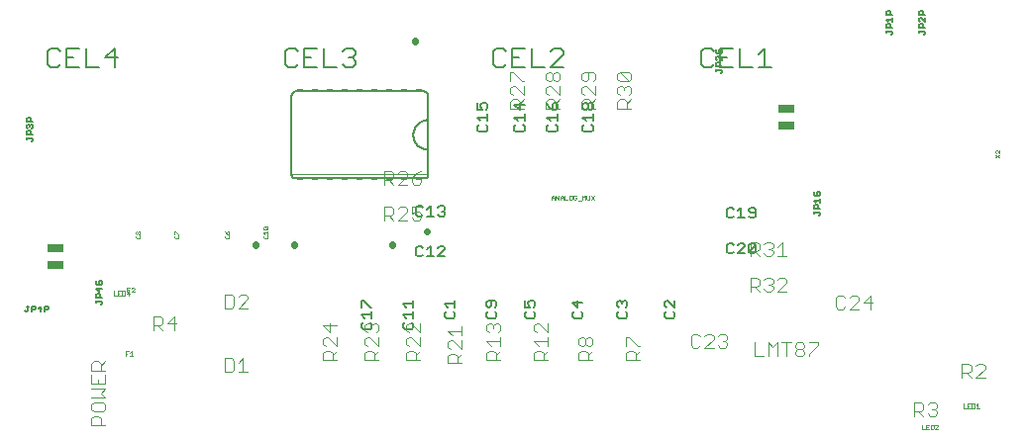
<source format=gbo>
G75*
%MOIN*%
%OFA0B0*%
%FSLAX25Y25*%
%IPPOS*%
%LPD*%
%AMOC8*
5,1,8,0,0,1.08239X$1,22.5*
%
%ADD10C,0.00500*%
%ADD11C,0.00100*%
%ADD12C,0.00400*%
%ADD13C,0.00200*%
%ADD14C,0.02200*%
%ADD15C,0.00600*%
%ADD16R,0.02000X0.00500*%
%ADD17R,0.05512X0.02559*%
D10*
X0092425Y0067317D02*
X0092742Y0067000D01*
X0093059Y0067000D01*
X0093376Y0067317D01*
X0093376Y0068902D01*
X0093059Y0068902D02*
X0093693Y0068902D01*
X0094635Y0068902D02*
X0094635Y0067000D01*
X0094635Y0067634D02*
X0095586Y0067634D01*
X0095903Y0067951D01*
X0095903Y0068585D01*
X0095586Y0068902D01*
X0094635Y0068902D01*
X0096845Y0067951D02*
X0097796Y0068902D01*
X0097796Y0067000D01*
X0098113Y0067951D02*
X0096845Y0067951D01*
X0099055Y0067634D02*
X0100006Y0067634D01*
X0100323Y0067951D01*
X0100323Y0068585D01*
X0100006Y0068902D01*
X0099055Y0068902D01*
X0099055Y0067000D01*
X0116344Y0070114D02*
X0116344Y0070748D01*
X0116344Y0070431D02*
X0117928Y0070431D01*
X0118245Y0070114D01*
X0118245Y0069797D01*
X0117928Y0069480D01*
X0117611Y0071690D02*
X0117611Y0072641D01*
X0117294Y0072958D01*
X0116660Y0072958D01*
X0116344Y0072641D01*
X0116344Y0071690D01*
X0118245Y0071690D01*
X0117294Y0073900D02*
X0117294Y0075168D01*
X0116344Y0074851D02*
X0117294Y0073900D01*
X0118245Y0074851D02*
X0116344Y0074851D01*
X0116660Y0076110D02*
X0117928Y0076110D01*
X0118245Y0076427D01*
X0118245Y0077061D01*
X0117928Y0077378D01*
X0117294Y0077378D01*
X0117294Y0076744D01*
X0116660Y0077378D02*
X0116344Y0077061D01*
X0116344Y0076427D01*
X0116660Y0076110D01*
X0094528Y0124480D02*
X0094845Y0124797D01*
X0094845Y0125114D01*
X0094528Y0125431D01*
X0092944Y0125431D01*
X0092944Y0125114D02*
X0092944Y0125748D01*
X0092944Y0126690D02*
X0092944Y0127641D01*
X0093260Y0127958D01*
X0093894Y0127958D01*
X0094211Y0127641D01*
X0094211Y0126690D01*
X0094845Y0126690D02*
X0092944Y0126690D01*
X0093260Y0128900D02*
X0092944Y0129217D01*
X0092944Y0129851D01*
X0093260Y0130168D01*
X0093577Y0130168D01*
X0093894Y0129851D01*
X0094211Y0130168D01*
X0094528Y0130168D01*
X0094845Y0129851D01*
X0094845Y0129217D01*
X0094528Y0128900D01*
X0093894Y0129534D02*
X0093894Y0129851D01*
X0094211Y0131110D02*
X0094211Y0132061D01*
X0093894Y0132378D01*
X0093260Y0132378D01*
X0092944Y0132061D01*
X0092944Y0131110D01*
X0094845Y0131110D01*
X0205592Y0070802D02*
X0206176Y0070802D01*
X0208511Y0068467D01*
X0209095Y0068467D01*
X0209095Y0067119D02*
X0209095Y0064784D01*
X0209095Y0065951D02*
X0205592Y0065951D01*
X0206760Y0064784D01*
X0206176Y0063436D02*
X0205592Y0062852D01*
X0205592Y0061684D01*
X0206176Y0061101D01*
X0208511Y0061101D01*
X0209095Y0061684D01*
X0209095Y0062852D01*
X0208511Y0063436D01*
X0205592Y0068467D02*
X0205592Y0070802D01*
X0219592Y0069635D02*
X0223095Y0069635D01*
X0223095Y0070802D02*
X0223095Y0068467D01*
X0223095Y0067119D02*
X0223095Y0064784D01*
X0223095Y0065951D02*
X0219592Y0065951D01*
X0220760Y0064784D01*
X0220176Y0063436D02*
X0219592Y0062852D01*
X0219592Y0061684D01*
X0220176Y0061101D01*
X0222511Y0061101D01*
X0223095Y0061684D01*
X0223095Y0062852D01*
X0222511Y0063436D01*
X0220760Y0068467D02*
X0219592Y0069635D01*
X0233592Y0069635D02*
X0237095Y0069635D01*
X0237095Y0070802D02*
X0237095Y0068467D01*
X0236511Y0067119D02*
X0237095Y0066535D01*
X0237095Y0065368D01*
X0236511Y0064784D01*
X0234176Y0064784D01*
X0233592Y0065368D01*
X0233592Y0066535D01*
X0234176Y0067119D01*
X0234760Y0068467D02*
X0233592Y0069635D01*
X0247592Y0070218D02*
X0247592Y0069051D01*
X0248176Y0068467D01*
X0248760Y0068467D01*
X0249344Y0069051D01*
X0249344Y0070802D01*
X0250511Y0070802D02*
X0248176Y0070802D01*
X0247592Y0070218D01*
X0250511Y0070802D02*
X0251095Y0070218D01*
X0251095Y0069051D01*
X0250511Y0068467D01*
X0250511Y0067119D02*
X0251095Y0066535D01*
X0251095Y0065368D01*
X0250511Y0064784D01*
X0248176Y0064784D01*
X0247592Y0065368D01*
X0247592Y0066535D01*
X0248176Y0067119D01*
X0260592Y0066535D02*
X0260592Y0065368D01*
X0261176Y0064784D01*
X0263511Y0064784D01*
X0264095Y0065368D01*
X0264095Y0066535D01*
X0263511Y0067119D01*
X0263511Y0068467D02*
X0264095Y0069051D01*
X0264095Y0070218D01*
X0263511Y0070802D01*
X0262344Y0070802D01*
X0261760Y0070218D01*
X0261760Y0069635D01*
X0262344Y0068467D01*
X0260592Y0068467D01*
X0260592Y0070802D01*
X0261176Y0067119D02*
X0260592Y0066535D01*
X0276592Y0066535D02*
X0276592Y0065368D01*
X0277176Y0064784D01*
X0279511Y0064784D01*
X0280095Y0065368D01*
X0280095Y0066535D01*
X0279511Y0067119D01*
X0278344Y0068467D02*
X0278344Y0070802D01*
X0280095Y0070218D02*
X0276592Y0070218D01*
X0278344Y0068467D01*
X0277176Y0067119D02*
X0276592Y0066535D01*
X0291592Y0066535D02*
X0291592Y0065368D01*
X0292176Y0064784D01*
X0294511Y0064784D01*
X0295095Y0065368D01*
X0295095Y0066535D01*
X0294511Y0067119D01*
X0294511Y0068467D02*
X0295095Y0069051D01*
X0295095Y0070218D01*
X0294511Y0070802D01*
X0293927Y0070802D01*
X0293344Y0070218D01*
X0293344Y0069635D01*
X0293344Y0070218D02*
X0292760Y0070802D01*
X0292176Y0070802D01*
X0291592Y0070218D01*
X0291592Y0069051D01*
X0292176Y0068467D01*
X0292176Y0067119D02*
X0291592Y0066535D01*
X0307592Y0066535D02*
X0307592Y0065368D01*
X0308176Y0064784D01*
X0310511Y0064784D01*
X0311095Y0065368D01*
X0311095Y0066535D01*
X0310511Y0067119D01*
X0311095Y0068467D02*
X0308760Y0070802D01*
X0308176Y0070802D01*
X0307592Y0070218D01*
X0307592Y0069051D01*
X0308176Y0068467D01*
X0308176Y0067119D02*
X0307592Y0066535D01*
X0311095Y0068467D02*
X0311095Y0070802D01*
X0328595Y0087234D02*
X0329179Y0086650D01*
X0330347Y0086650D01*
X0330930Y0087234D01*
X0332278Y0086650D02*
X0334614Y0088985D01*
X0334614Y0089569D01*
X0334030Y0090153D01*
X0332862Y0090153D01*
X0332278Y0089569D01*
X0330930Y0089569D02*
X0330347Y0090153D01*
X0329179Y0090153D01*
X0328595Y0089569D01*
X0328595Y0087234D01*
X0332278Y0086650D02*
X0334614Y0086650D01*
X0335961Y0087234D02*
X0338297Y0089569D01*
X0338297Y0087234D01*
X0337713Y0086650D01*
X0336545Y0086650D01*
X0335961Y0087234D01*
X0335961Y0089569D01*
X0336545Y0090153D01*
X0337713Y0090153D01*
X0338297Y0089569D01*
X0337713Y0098650D02*
X0338297Y0099234D01*
X0338297Y0101569D01*
X0337713Y0102153D01*
X0336545Y0102153D01*
X0335961Y0101569D01*
X0335961Y0100985D01*
X0336545Y0100401D01*
X0338297Y0100401D01*
X0337713Y0098650D02*
X0336545Y0098650D01*
X0335961Y0099234D01*
X0334614Y0098650D02*
X0332278Y0098650D01*
X0333446Y0098650D02*
X0333446Y0102153D01*
X0332278Y0100985D01*
X0330930Y0101569D02*
X0330347Y0102153D01*
X0329179Y0102153D01*
X0328595Y0101569D01*
X0328595Y0099234D01*
X0329179Y0098650D01*
X0330347Y0098650D01*
X0330930Y0099234D01*
X0357944Y0100114D02*
X0357944Y0100748D01*
X0357944Y0100431D02*
X0359528Y0100431D01*
X0359845Y0100114D01*
X0359845Y0099797D01*
X0359528Y0099480D01*
X0359211Y0101690D02*
X0359211Y0102641D01*
X0358894Y0102958D01*
X0358260Y0102958D01*
X0357944Y0102641D01*
X0357944Y0101690D01*
X0359845Y0101690D01*
X0359845Y0103900D02*
X0359845Y0105168D01*
X0359845Y0104534D02*
X0357944Y0104534D01*
X0358577Y0103900D01*
X0358260Y0106110D02*
X0359528Y0106110D01*
X0359845Y0106427D01*
X0359845Y0107061D01*
X0359528Y0107378D01*
X0358894Y0107378D01*
X0358894Y0106744D01*
X0358260Y0107378D02*
X0357944Y0107061D01*
X0357944Y0106427D01*
X0358260Y0106110D01*
X0326528Y0147480D02*
X0326845Y0147797D01*
X0326845Y0148114D01*
X0326528Y0148431D01*
X0324944Y0148431D01*
X0324944Y0148114D02*
X0324944Y0148748D01*
X0324944Y0149690D02*
X0324944Y0150641D01*
X0325260Y0150958D01*
X0325894Y0150958D01*
X0326211Y0150641D01*
X0326211Y0149690D01*
X0326845Y0149690D02*
X0324944Y0149690D01*
X0325260Y0151900D02*
X0324944Y0152217D01*
X0324944Y0152851D01*
X0325260Y0153168D01*
X0325577Y0153168D01*
X0326845Y0151900D01*
X0326845Y0153168D01*
X0326528Y0154110D02*
X0325260Y0154110D01*
X0324944Y0154427D01*
X0324944Y0155061D01*
X0325260Y0155378D01*
X0325894Y0155378D02*
X0325894Y0154744D01*
X0325894Y0155378D02*
X0326528Y0155378D01*
X0326845Y0155061D01*
X0326845Y0154427D01*
X0326528Y0154110D01*
X0283595Y0136768D02*
X0283595Y0135600D01*
X0283011Y0135016D01*
X0282427Y0135016D01*
X0281844Y0135600D01*
X0281844Y0136768D01*
X0282427Y0137352D01*
X0283011Y0137352D01*
X0283595Y0136768D01*
X0281844Y0136768D02*
X0281260Y0137352D01*
X0280676Y0137352D01*
X0280092Y0136768D01*
X0280092Y0135600D01*
X0280676Y0135016D01*
X0281260Y0135016D01*
X0281844Y0135600D01*
X0283595Y0133668D02*
X0283595Y0131333D01*
X0283595Y0132501D02*
X0280092Y0132501D01*
X0281260Y0131333D01*
X0280676Y0129985D02*
X0280092Y0129401D01*
X0280092Y0128234D01*
X0280676Y0127650D01*
X0283011Y0127650D01*
X0283595Y0128234D01*
X0283595Y0129401D01*
X0283011Y0129985D01*
X0271595Y0129401D02*
X0271011Y0129985D01*
X0271595Y0129401D02*
X0271595Y0128234D01*
X0271011Y0127650D01*
X0268676Y0127650D01*
X0268092Y0128234D01*
X0268092Y0129401D01*
X0268676Y0129985D01*
X0269260Y0131333D02*
X0268092Y0132501D01*
X0271595Y0132501D01*
X0271595Y0133668D02*
X0271595Y0131333D01*
X0271011Y0135016D02*
X0271595Y0135600D01*
X0271595Y0136768D01*
X0271011Y0137352D01*
X0270427Y0137352D01*
X0269844Y0136768D01*
X0269844Y0135016D01*
X0271011Y0135016D01*
X0269844Y0135016D02*
X0268676Y0136184D01*
X0268092Y0137352D01*
X0260595Y0136768D02*
X0257092Y0136768D01*
X0258844Y0135016D01*
X0258844Y0137352D01*
X0260595Y0133668D02*
X0260595Y0131333D01*
X0260595Y0132501D02*
X0257092Y0132501D01*
X0258260Y0131333D01*
X0257676Y0129985D02*
X0257092Y0129401D01*
X0257092Y0128234D01*
X0257676Y0127650D01*
X0260011Y0127650D01*
X0260595Y0128234D01*
X0260595Y0129401D01*
X0260011Y0129985D01*
X0248095Y0129401D02*
X0247511Y0129985D01*
X0248095Y0129401D02*
X0248095Y0128234D01*
X0247511Y0127650D01*
X0245176Y0127650D01*
X0244592Y0128234D01*
X0244592Y0129401D01*
X0245176Y0129985D01*
X0245760Y0131333D02*
X0244592Y0132501D01*
X0248095Y0132501D01*
X0248095Y0133668D02*
X0248095Y0131333D01*
X0247511Y0135016D02*
X0248095Y0135600D01*
X0248095Y0136768D01*
X0247511Y0137352D01*
X0246344Y0137352D01*
X0245760Y0136768D01*
X0245760Y0136184D01*
X0246344Y0135016D01*
X0244592Y0135016D01*
X0244592Y0137352D01*
X0233163Y0102653D02*
X0233747Y0102069D01*
X0233747Y0101485D01*
X0233163Y0100901D01*
X0233747Y0100318D01*
X0233747Y0099734D01*
X0233163Y0099150D01*
X0231996Y0099150D01*
X0231412Y0099734D01*
X0230064Y0099150D02*
X0227729Y0099150D01*
X0228897Y0099150D02*
X0228897Y0102653D01*
X0227729Y0101485D01*
X0226381Y0102069D02*
X0225797Y0102653D01*
X0224630Y0102653D01*
X0224046Y0102069D01*
X0224046Y0099734D01*
X0224630Y0099150D01*
X0225797Y0099150D01*
X0226381Y0099734D01*
X0231412Y0102069D02*
X0231996Y0102653D01*
X0233163Y0102653D01*
X0233163Y0100901D02*
X0232580Y0100901D01*
X0233163Y0089153D02*
X0231996Y0089153D01*
X0231412Y0088569D01*
X0233163Y0089153D02*
X0233747Y0088569D01*
X0233747Y0087985D01*
X0231412Y0085650D01*
X0233747Y0085650D01*
X0230064Y0085650D02*
X0227729Y0085650D01*
X0228897Y0085650D02*
X0228897Y0089153D01*
X0227729Y0087985D01*
X0226381Y0088569D02*
X0225797Y0089153D01*
X0224630Y0089153D01*
X0224046Y0088569D01*
X0224046Y0086234D01*
X0224630Y0085650D01*
X0225797Y0085650D01*
X0226381Y0086234D01*
X0382344Y0161114D02*
X0382344Y0161748D01*
X0382344Y0161431D02*
X0383928Y0161431D01*
X0384245Y0161114D01*
X0384245Y0160797D01*
X0383928Y0160480D01*
X0383611Y0162690D02*
X0383611Y0163641D01*
X0383294Y0163958D01*
X0382660Y0163958D01*
X0382344Y0163641D01*
X0382344Y0162690D01*
X0384245Y0162690D01*
X0384245Y0164900D02*
X0384245Y0166168D01*
X0384245Y0165534D02*
X0382344Y0165534D01*
X0382977Y0164900D01*
X0382344Y0167110D02*
X0384245Y0167110D01*
X0383611Y0167110D02*
X0383611Y0168061D01*
X0383294Y0168378D01*
X0382660Y0168378D01*
X0382344Y0168061D01*
X0382344Y0167110D01*
X0393344Y0167110D02*
X0393344Y0168061D01*
X0393660Y0168378D01*
X0394294Y0168378D01*
X0394611Y0168061D01*
X0394611Y0167110D01*
X0395245Y0167110D02*
X0393344Y0167110D01*
X0393660Y0166168D02*
X0393344Y0165851D01*
X0393344Y0165217D01*
X0393660Y0164900D01*
X0393660Y0163958D02*
X0394294Y0163958D01*
X0394611Y0163641D01*
X0394611Y0162690D01*
X0395245Y0162690D02*
X0393344Y0162690D01*
X0393344Y0163641D01*
X0393660Y0163958D01*
X0395245Y0164900D02*
X0393977Y0166168D01*
X0393660Y0166168D01*
X0395245Y0166168D02*
X0395245Y0164900D01*
X0394928Y0161431D02*
X0393344Y0161431D01*
X0393344Y0161114D02*
X0393344Y0161748D01*
X0394928Y0161431D02*
X0395245Y0161114D01*
X0395245Y0160797D01*
X0394928Y0160480D01*
D11*
X0283905Y0106201D02*
X0282904Y0104700D01*
X0282432Y0104950D02*
X0282432Y0106201D01*
X0282904Y0106201D02*
X0283905Y0104700D01*
X0282432Y0104950D02*
X0282182Y0104700D01*
X0281681Y0104700D01*
X0281431Y0104950D01*
X0281431Y0106201D01*
X0280959Y0106201D02*
X0280959Y0104700D01*
X0279958Y0104700D02*
X0279958Y0106201D01*
X0280458Y0105701D01*
X0280959Y0106201D01*
X0279486Y0104450D02*
X0278485Y0104450D01*
X0278012Y0104950D02*
X0278012Y0105451D01*
X0277512Y0105451D01*
X0278012Y0105951D02*
X0277762Y0106201D01*
X0277262Y0106201D01*
X0277011Y0105951D01*
X0277011Y0104950D01*
X0277262Y0104700D01*
X0277762Y0104700D01*
X0278012Y0104950D01*
X0276539Y0104950D02*
X0276539Y0105951D01*
X0276289Y0106201D01*
X0275788Y0106201D01*
X0275538Y0105951D01*
X0275538Y0104950D01*
X0275788Y0104700D01*
X0276289Y0104700D01*
X0276539Y0104950D01*
X0275066Y0104700D02*
X0274065Y0104700D01*
X0274065Y0106201D01*
X0273592Y0105701D02*
X0273592Y0104700D01*
X0273592Y0105451D02*
X0272592Y0105451D01*
X0272592Y0105701D02*
X0273092Y0106201D01*
X0273592Y0105701D01*
X0272592Y0105701D02*
X0272592Y0104700D01*
X0272119Y0104700D02*
X0272119Y0106201D01*
X0271118Y0106201D02*
X0272119Y0104700D01*
X0271118Y0104700D02*
X0271118Y0106201D01*
X0270646Y0105701D02*
X0270646Y0104700D01*
X0270646Y0105451D02*
X0269645Y0105451D01*
X0269645Y0105701D02*
X0270146Y0106201D01*
X0270646Y0105701D01*
X0269645Y0105701D02*
X0269645Y0104700D01*
X0174108Y0095397D02*
X0174108Y0094897D01*
X0173858Y0094647D01*
X0172857Y0095647D01*
X0173858Y0095647D01*
X0174108Y0095397D01*
X0173858Y0094647D02*
X0172857Y0094647D01*
X0172607Y0094897D01*
X0172607Y0095397D01*
X0172857Y0095647D01*
X0174108Y0094174D02*
X0174108Y0093173D01*
X0174108Y0093674D02*
X0172607Y0093674D01*
X0173107Y0093173D01*
X0172857Y0092701D02*
X0172607Y0092451D01*
X0172607Y0091950D01*
X0172857Y0091700D01*
X0173858Y0091700D01*
X0174108Y0091950D01*
X0174108Y0092451D01*
X0173858Y0092701D01*
X0161108Y0092451D02*
X0160858Y0092701D01*
X0161108Y0092451D02*
X0161108Y0091950D01*
X0160858Y0091700D01*
X0159857Y0091700D01*
X0159607Y0091950D01*
X0159607Y0092451D01*
X0159857Y0092701D01*
X0160357Y0093173D02*
X0160357Y0093924D01*
X0160608Y0094174D01*
X0160858Y0094174D01*
X0161108Y0093924D01*
X0161108Y0093423D01*
X0160858Y0093173D01*
X0160357Y0093173D01*
X0159857Y0093674D01*
X0159607Y0094174D01*
X0144108Y0093173D02*
X0143858Y0093173D01*
X0142857Y0094174D01*
X0142607Y0094174D01*
X0142607Y0093173D01*
X0142857Y0092701D02*
X0142607Y0092451D01*
X0142607Y0091950D01*
X0142857Y0091700D01*
X0143858Y0091700D01*
X0144108Y0091950D01*
X0144108Y0092451D01*
X0143858Y0092701D01*
X0131108Y0092451D02*
X0130858Y0092701D01*
X0131108Y0092451D02*
X0131108Y0091950D01*
X0130858Y0091700D01*
X0129857Y0091700D01*
X0129607Y0091950D01*
X0129607Y0092451D01*
X0129857Y0092701D01*
X0129857Y0093173D02*
X0130107Y0093173D01*
X0130357Y0093423D01*
X0130357Y0093924D01*
X0130608Y0094174D01*
X0130858Y0094174D01*
X0131108Y0093924D01*
X0131108Y0093423D01*
X0130858Y0093173D01*
X0130608Y0093173D01*
X0130357Y0093423D01*
X0130357Y0093924D02*
X0130107Y0094174D01*
X0129857Y0094174D01*
X0129607Y0093924D01*
X0129607Y0093423D01*
X0129857Y0093173D01*
X0128923Y0075101D02*
X0128422Y0075101D01*
X0128172Y0074851D01*
X0127699Y0075101D02*
X0126699Y0075101D01*
X0126699Y0073600D01*
X0126565Y0073201D02*
X0127566Y0073201D01*
X0128172Y0073600D02*
X0129173Y0074601D01*
X0129173Y0074851D01*
X0128923Y0075101D01*
X0129173Y0073600D02*
X0128172Y0073600D01*
X0127316Y0073951D02*
X0126565Y0073201D01*
X0126092Y0073701D02*
X0125842Y0073951D01*
X0125092Y0073951D01*
X0125092Y0072450D01*
X0125842Y0072450D01*
X0126092Y0072700D01*
X0126092Y0073701D01*
X0126699Y0074351D02*
X0127199Y0074351D01*
X0127316Y0073951D02*
X0127316Y0072450D01*
X0124619Y0072450D02*
X0123618Y0072450D01*
X0123618Y0073951D01*
X0124619Y0073951D01*
X0124119Y0073201D02*
X0123618Y0073201D01*
X0123146Y0072450D02*
X0122145Y0072450D01*
X0122145Y0073951D01*
X0126199Y0053601D02*
X0127199Y0053601D01*
X0127672Y0053101D02*
X0128172Y0053601D01*
X0128172Y0052100D01*
X0127672Y0052100D02*
X0128673Y0052100D01*
X0126699Y0052851D02*
X0126199Y0052851D01*
X0126199Y0053601D02*
X0126199Y0052100D01*
X0394252Y0028851D02*
X0394252Y0027350D01*
X0395253Y0027350D01*
X0395725Y0027350D02*
X0396726Y0027350D01*
X0397199Y0027350D02*
X0397949Y0027350D01*
X0398199Y0027600D01*
X0398199Y0028601D01*
X0397949Y0028851D01*
X0397199Y0028851D01*
X0397199Y0027350D01*
X0396226Y0028101D02*
X0395725Y0028101D01*
X0395725Y0028851D02*
X0395725Y0027350D01*
X0395725Y0028851D02*
X0396726Y0028851D01*
X0398672Y0028601D02*
X0398922Y0028851D01*
X0399423Y0028851D01*
X0399673Y0028601D01*
X0399673Y0028351D01*
X0398672Y0027350D01*
X0399673Y0027350D01*
X0408145Y0034450D02*
X0409146Y0034450D01*
X0409618Y0034450D02*
X0410619Y0034450D01*
X0411092Y0034450D02*
X0411842Y0034450D01*
X0412092Y0034700D01*
X0412092Y0035701D01*
X0411842Y0035951D01*
X0411092Y0035951D01*
X0411092Y0034450D01*
X0410119Y0035201D02*
X0409618Y0035201D01*
X0409618Y0035951D02*
X0409618Y0034450D01*
X0408145Y0034450D02*
X0408145Y0035951D01*
X0409618Y0035951D02*
X0410619Y0035951D01*
X0412565Y0035451D02*
X0413065Y0035951D01*
X0413065Y0034450D01*
X0412565Y0034450D02*
X0413566Y0034450D01*
D12*
X0412399Y0044850D02*
X0415468Y0047919D01*
X0415468Y0048687D01*
X0414701Y0049454D01*
X0413166Y0049454D01*
X0412399Y0048687D01*
X0410864Y0048687D02*
X0410864Y0047152D01*
X0410097Y0046385D01*
X0407795Y0046385D01*
X0409330Y0046385D02*
X0410864Y0044850D01*
X0412399Y0044850D02*
X0415468Y0044850D01*
X0407795Y0044850D02*
X0407795Y0049454D01*
X0410097Y0049454D01*
X0410864Y0048687D01*
X0398493Y0036454D02*
X0399260Y0035687D01*
X0399260Y0034919D01*
X0398493Y0034152D01*
X0399260Y0033385D01*
X0399260Y0032617D01*
X0398493Y0031850D01*
X0396959Y0031850D01*
X0396191Y0032617D01*
X0394657Y0031850D02*
X0393122Y0033385D01*
X0393889Y0033385D02*
X0391587Y0033385D01*
X0391587Y0031850D02*
X0391587Y0036454D01*
X0393889Y0036454D01*
X0394657Y0035687D01*
X0394657Y0034152D01*
X0393889Y0033385D01*
X0396191Y0035687D02*
X0396959Y0036454D01*
X0398493Y0036454D01*
X0398493Y0034152D02*
X0397726Y0034152D01*
X0359360Y0055887D02*
X0356291Y0052817D01*
X0356291Y0052050D01*
X0354757Y0052817D02*
X0353989Y0052050D01*
X0352455Y0052050D01*
X0351687Y0052817D01*
X0351687Y0053585D01*
X0352455Y0054352D01*
X0353989Y0054352D01*
X0354757Y0053585D01*
X0354757Y0052817D01*
X0353989Y0054352D02*
X0354757Y0055119D01*
X0354757Y0055887D01*
X0353989Y0056654D01*
X0352455Y0056654D01*
X0351687Y0055887D01*
X0351687Y0055119D01*
X0352455Y0054352D01*
X0350153Y0056654D02*
X0347083Y0056654D01*
X0345549Y0056654D02*
X0345549Y0052050D01*
X0348618Y0052050D02*
X0348618Y0056654D01*
X0345549Y0056654D02*
X0344014Y0055119D01*
X0342479Y0056654D01*
X0342479Y0052050D01*
X0340945Y0052050D02*
X0337875Y0052050D01*
X0337875Y0056654D01*
X0328760Y0056385D02*
X0328760Y0055617D01*
X0327993Y0054850D01*
X0326459Y0054850D01*
X0325691Y0055617D01*
X0324157Y0054850D02*
X0321087Y0054850D01*
X0324157Y0057919D01*
X0324157Y0058687D01*
X0323389Y0059454D01*
X0321855Y0059454D01*
X0321087Y0058687D01*
X0319553Y0058687D02*
X0318785Y0059454D01*
X0317251Y0059454D01*
X0316483Y0058687D01*
X0316483Y0055617D01*
X0317251Y0054850D01*
X0318785Y0054850D01*
X0319553Y0055617D01*
X0325691Y0058687D02*
X0326459Y0059454D01*
X0327993Y0059454D01*
X0328760Y0058687D01*
X0328760Y0057919D01*
X0327993Y0057152D01*
X0328760Y0056385D01*
X0327993Y0057152D02*
X0327226Y0057152D01*
X0336483Y0073850D02*
X0336483Y0078454D01*
X0338785Y0078454D01*
X0339553Y0077687D01*
X0339553Y0076152D01*
X0338785Y0075385D01*
X0336483Y0075385D01*
X0338018Y0075385D02*
X0339553Y0073850D01*
X0341087Y0074617D02*
X0341855Y0073850D01*
X0343389Y0073850D01*
X0344157Y0074617D01*
X0344157Y0075385D01*
X0343389Y0076152D01*
X0342622Y0076152D01*
X0343389Y0076152D02*
X0344157Y0076919D01*
X0344157Y0077687D01*
X0343389Y0078454D01*
X0341855Y0078454D01*
X0341087Y0077687D01*
X0345691Y0077687D02*
X0346459Y0078454D01*
X0347993Y0078454D01*
X0348760Y0077687D01*
X0348760Y0076919D01*
X0345691Y0073850D01*
X0348760Y0073850D01*
X0365295Y0071687D02*
X0365295Y0068617D01*
X0366062Y0067850D01*
X0367597Y0067850D01*
X0368364Y0068617D01*
X0369899Y0067850D02*
X0372968Y0070919D01*
X0372968Y0071687D01*
X0372201Y0072454D01*
X0370666Y0072454D01*
X0369899Y0071687D01*
X0368364Y0071687D02*
X0367597Y0072454D01*
X0366062Y0072454D01*
X0365295Y0071687D01*
X0369899Y0067850D02*
X0372968Y0067850D01*
X0374503Y0070152D02*
X0377572Y0070152D01*
X0376805Y0072454D02*
X0374503Y0070152D01*
X0376805Y0067850D02*
X0376805Y0072454D01*
X0359360Y0056654D02*
X0356291Y0056654D01*
X0359360Y0056654D02*
X0359360Y0055887D01*
X0348760Y0085850D02*
X0345691Y0085850D01*
X0347226Y0085850D02*
X0347226Y0090454D01*
X0345691Y0088919D01*
X0344157Y0088919D02*
X0343389Y0088152D01*
X0344157Y0087385D01*
X0344157Y0086617D01*
X0343389Y0085850D01*
X0341855Y0085850D01*
X0341087Y0086617D01*
X0339553Y0085850D02*
X0338018Y0087385D01*
X0338785Y0087385D02*
X0336483Y0087385D01*
X0336483Y0085850D02*
X0336483Y0090454D01*
X0338785Y0090454D01*
X0339553Y0089687D01*
X0339553Y0088152D01*
X0338785Y0087385D01*
X0341087Y0089687D02*
X0341855Y0090454D01*
X0343389Y0090454D01*
X0344157Y0089687D01*
X0344157Y0088919D01*
X0343389Y0088152D02*
X0342622Y0088152D01*
X0298628Y0055454D02*
X0295559Y0058523D01*
X0294791Y0058523D01*
X0294791Y0055454D01*
X0295559Y0053919D02*
X0297093Y0053919D01*
X0297861Y0053152D01*
X0297861Y0050850D01*
X0299395Y0050850D02*
X0294791Y0050850D01*
X0294791Y0053152D01*
X0295559Y0053919D01*
X0297861Y0052385D02*
X0299395Y0053919D01*
X0299395Y0055454D02*
X0298628Y0055454D01*
X0283395Y0056221D02*
X0282628Y0055454D01*
X0281861Y0055454D01*
X0281093Y0056221D01*
X0281093Y0057756D01*
X0281861Y0058523D01*
X0282628Y0058523D01*
X0283395Y0057756D01*
X0283395Y0056221D01*
X0283395Y0053919D02*
X0281861Y0052385D01*
X0281861Y0053152D02*
X0281861Y0050850D01*
X0283395Y0050850D02*
X0278791Y0050850D01*
X0278791Y0053152D01*
X0279559Y0053919D01*
X0281093Y0053919D01*
X0281861Y0053152D01*
X0280326Y0055454D02*
X0279559Y0055454D01*
X0278791Y0056221D01*
X0278791Y0057756D01*
X0279559Y0058523D01*
X0280326Y0058523D01*
X0281093Y0057756D01*
X0281093Y0056221D02*
X0280326Y0055454D01*
X0268395Y0055454D02*
X0268395Y0058523D01*
X0268395Y0056989D02*
X0263791Y0056989D01*
X0265326Y0055454D01*
X0266093Y0053919D02*
X0266861Y0053152D01*
X0266861Y0050850D01*
X0268395Y0050850D02*
X0263791Y0050850D01*
X0263791Y0053152D01*
X0264559Y0053919D01*
X0266093Y0053919D01*
X0266861Y0052385D02*
X0268395Y0053919D01*
X0268395Y0060058D02*
X0265326Y0063127D01*
X0264559Y0063127D01*
X0263791Y0062360D01*
X0263791Y0060825D01*
X0264559Y0060058D01*
X0268395Y0060058D02*
X0268395Y0063127D01*
X0252395Y0062360D02*
X0252395Y0060825D01*
X0251628Y0060058D01*
X0252395Y0058523D02*
X0252395Y0055454D01*
X0252395Y0056989D02*
X0247791Y0056989D01*
X0249326Y0055454D01*
X0250093Y0053919D02*
X0250861Y0053152D01*
X0250861Y0050850D01*
X0252395Y0050850D02*
X0247791Y0050850D01*
X0247791Y0053152D01*
X0248559Y0053919D01*
X0250093Y0053919D01*
X0250861Y0052385D02*
X0252395Y0053919D01*
X0248559Y0060058D02*
X0247791Y0060825D01*
X0247791Y0062360D01*
X0248559Y0063127D01*
X0249326Y0063127D01*
X0250093Y0062360D01*
X0250861Y0063127D01*
X0251628Y0063127D01*
X0252395Y0062360D01*
X0250093Y0062360D02*
X0250093Y0061592D01*
X0239395Y0062127D02*
X0239395Y0059058D01*
X0239395Y0060592D02*
X0234791Y0060592D01*
X0236326Y0059058D01*
X0236326Y0057523D02*
X0235559Y0057523D01*
X0234791Y0056756D01*
X0234791Y0055221D01*
X0235559Y0054454D01*
X0235559Y0052919D02*
X0237093Y0052919D01*
X0237861Y0052152D01*
X0237861Y0049850D01*
X0239395Y0049850D02*
X0234791Y0049850D01*
X0234791Y0052152D01*
X0235559Y0052919D01*
X0237861Y0051385D02*
X0239395Y0052919D01*
X0239395Y0054454D02*
X0236326Y0057523D01*
X0239395Y0057523D02*
X0239395Y0054454D01*
X0225395Y0053919D02*
X0223861Y0052385D01*
X0223861Y0053152D02*
X0223861Y0050850D01*
X0225395Y0050850D02*
X0220791Y0050850D01*
X0220791Y0053152D01*
X0221559Y0053919D01*
X0223093Y0053919D01*
X0223861Y0053152D01*
X0225395Y0055454D02*
X0222326Y0058523D01*
X0221559Y0058523D01*
X0220791Y0057756D01*
X0220791Y0056221D01*
X0221559Y0055454D01*
X0225395Y0055454D02*
X0225395Y0058523D01*
X0225395Y0060058D02*
X0222326Y0063127D01*
X0221559Y0063127D01*
X0220791Y0062360D01*
X0220791Y0060825D01*
X0221559Y0060058D01*
X0225395Y0060058D02*
X0225395Y0063127D01*
X0211395Y0062360D02*
X0211395Y0060825D01*
X0210628Y0060058D01*
X0211395Y0058523D02*
X0211395Y0055454D01*
X0208326Y0058523D01*
X0207559Y0058523D01*
X0206791Y0057756D01*
X0206791Y0056221D01*
X0207559Y0055454D01*
X0207559Y0053919D02*
X0209093Y0053919D01*
X0209861Y0053152D01*
X0209861Y0050850D01*
X0211395Y0050850D02*
X0206791Y0050850D01*
X0206791Y0053152D01*
X0207559Y0053919D01*
X0209861Y0052385D02*
X0211395Y0053919D01*
X0207559Y0060058D02*
X0206791Y0060825D01*
X0206791Y0062360D01*
X0207559Y0063127D01*
X0208326Y0063127D01*
X0209093Y0062360D01*
X0209861Y0063127D01*
X0210628Y0063127D01*
X0211395Y0062360D01*
X0209093Y0062360D02*
X0209093Y0061592D01*
X0197395Y0062360D02*
X0192791Y0062360D01*
X0195093Y0060058D01*
X0195093Y0063127D01*
X0194326Y0058523D02*
X0193559Y0058523D01*
X0192791Y0057756D01*
X0192791Y0056221D01*
X0193559Y0055454D01*
X0193559Y0053919D02*
X0195093Y0053919D01*
X0195861Y0053152D01*
X0195861Y0050850D01*
X0197395Y0050850D02*
X0192791Y0050850D01*
X0192791Y0053152D01*
X0193559Y0053919D01*
X0195861Y0052385D02*
X0197395Y0053919D01*
X0197395Y0055454D02*
X0194326Y0058523D01*
X0197395Y0058523D02*
X0197395Y0055454D01*
X0167260Y0046759D02*
X0164191Y0046759D01*
X0165726Y0046759D02*
X0165726Y0051363D01*
X0164191Y0049829D01*
X0162657Y0050596D02*
X0161889Y0051363D01*
X0159587Y0051363D01*
X0159587Y0046759D01*
X0161889Y0046759D01*
X0162657Y0047527D01*
X0162657Y0050596D01*
X0142493Y0060850D02*
X0142493Y0065454D01*
X0140191Y0063152D01*
X0143260Y0063152D01*
X0138657Y0063152D02*
X0137889Y0062385D01*
X0135587Y0062385D01*
X0137122Y0062385D02*
X0138657Y0060850D01*
X0138657Y0063152D02*
X0138657Y0064687D01*
X0137889Y0065454D01*
X0135587Y0065454D01*
X0135587Y0060850D01*
X0119395Y0050315D02*
X0117861Y0048781D01*
X0117861Y0049548D02*
X0117861Y0047246D01*
X0119395Y0047246D02*
X0114791Y0047246D01*
X0114791Y0049548D01*
X0115559Y0050315D01*
X0117093Y0050315D01*
X0117861Y0049548D01*
X0119395Y0045711D02*
X0119395Y0042642D01*
X0114791Y0042642D01*
X0114791Y0045711D01*
X0117093Y0044177D02*
X0117093Y0042642D01*
X0119395Y0041107D02*
X0114791Y0041107D01*
X0114791Y0038038D02*
X0119395Y0038038D01*
X0117861Y0039573D01*
X0119395Y0041107D01*
X0118628Y0036504D02*
X0115559Y0036504D01*
X0114791Y0035736D01*
X0114791Y0034202D01*
X0115559Y0033434D01*
X0118628Y0033434D01*
X0119395Y0034202D01*
X0119395Y0035736D01*
X0118628Y0036504D01*
X0117093Y0031900D02*
X0117861Y0031132D01*
X0117861Y0028830D01*
X0119395Y0028830D02*
X0114791Y0028830D01*
X0114791Y0031132D01*
X0115559Y0031900D01*
X0117093Y0031900D01*
X0159587Y0068259D02*
X0161889Y0068259D01*
X0162657Y0069027D01*
X0162657Y0072096D01*
X0161889Y0072863D01*
X0159587Y0072863D01*
X0159587Y0068259D01*
X0164191Y0068259D02*
X0167260Y0071329D01*
X0167260Y0072096D01*
X0166493Y0072863D01*
X0164959Y0072863D01*
X0164191Y0072096D01*
X0164191Y0068259D02*
X0167260Y0068259D01*
X0213295Y0097850D02*
X0213295Y0102454D01*
X0215597Y0102454D01*
X0216364Y0101687D01*
X0216364Y0100152D01*
X0215597Y0099385D01*
X0213295Y0099385D01*
X0214830Y0099385D02*
X0216364Y0097850D01*
X0217899Y0097850D02*
X0220968Y0100919D01*
X0220968Y0101687D01*
X0220201Y0102454D01*
X0218666Y0102454D01*
X0217899Y0101687D01*
X0217899Y0097850D02*
X0220968Y0097850D01*
X0222503Y0098617D02*
X0223270Y0097850D01*
X0224805Y0097850D01*
X0225572Y0098617D01*
X0225572Y0100152D01*
X0224805Y0100919D01*
X0224038Y0100919D01*
X0222503Y0100152D01*
X0222503Y0102454D01*
X0225572Y0102454D01*
X0224805Y0109850D02*
X0225572Y0110617D01*
X0225572Y0111385D01*
X0224805Y0112152D01*
X0222503Y0112152D01*
X0222503Y0110617D01*
X0223270Y0109850D01*
X0224805Y0109850D01*
X0222503Y0112152D02*
X0224038Y0113687D01*
X0225572Y0114454D01*
X0220968Y0113687D02*
X0220201Y0114454D01*
X0218666Y0114454D01*
X0217899Y0113687D01*
X0216364Y0113687D02*
X0215597Y0114454D01*
X0213295Y0114454D01*
X0213295Y0109850D01*
X0213295Y0111385D02*
X0215597Y0111385D01*
X0216364Y0112152D01*
X0216364Y0113687D01*
X0214830Y0111385D02*
X0216364Y0109850D01*
X0217899Y0109850D02*
X0220968Y0112919D01*
X0220968Y0113687D01*
X0220968Y0109850D02*
X0217899Y0109850D01*
X0255791Y0135538D02*
X0255791Y0137840D01*
X0256559Y0138607D01*
X0258093Y0138607D01*
X0258861Y0137840D01*
X0258861Y0135538D01*
X0260395Y0135538D02*
X0255791Y0135538D01*
X0258861Y0137073D02*
X0260395Y0138607D01*
X0260395Y0140142D02*
X0257326Y0143211D01*
X0256559Y0143211D01*
X0255791Y0142444D01*
X0255791Y0140909D01*
X0256559Y0140142D01*
X0260395Y0140142D02*
X0260395Y0143211D01*
X0260395Y0144746D02*
X0259628Y0144746D01*
X0256559Y0147815D01*
X0255791Y0147815D01*
X0255791Y0144746D01*
X0267791Y0145513D02*
X0268559Y0144746D01*
X0269326Y0144746D01*
X0270093Y0145513D01*
X0270093Y0147048D01*
X0270861Y0147815D01*
X0271628Y0147815D01*
X0272395Y0147048D01*
X0272395Y0145513D01*
X0271628Y0144746D01*
X0270861Y0144746D01*
X0270093Y0145513D01*
X0270093Y0147048D02*
X0269326Y0147815D01*
X0268559Y0147815D01*
X0267791Y0147048D01*
X0267791Y0145513D01*
X0268559Y0143211D02*
X0267791Y0142444D01*
X0267791Y0140909D01*
X0268559Y0140142D01*
X0268559Y0138607D02*
X0270093Y0138607D01*
X0270861Y0137840D01*
X0270861Y0135538D01*
X0272395Y0135538D02*
X0267791Y0135538D01*
X0267791Y0137840D01*
X0268559Y0138607D01*
X0270861Y0137073D02*
X0272395Y0138607D01*
X0272395Y0140142D02*
X0269326Y0143211D01*
X0268559Y0143211D01*
X0272395Y0143211D02*
X0272395Y0140142D01*
X0279791Y0140909D02*
X0280559Y0140142D01*
X0279791Y0140909D02*
X0279791Y0142444D01*
X0280559Y0143211D01*
X0281326Y0143211D01*
X0284395Y0140142D01*
X0284395Y0143211D01*
X0283628Y0144746D02*
X0284395Y0145513D01*
X0284395Y0147048D01*
X0283628Y0147815D01*
X0280559Y0147815D01*
X0279791Y0147048D01*
X0279791Y0145513D01*
X0280559Y0144746D01*
X0281326Y0144746D01*
X0282093Y0145513D01*
X0282093Y0147815D01*
X0291791Y0147048D02*
X0292559Y0147815D01*
X0295628Y0144746D01*
X0296395Y0145513D01*
X0296395Y0147048D01*
X0295628Y0147815D01*
X0292559Y0147815D01*
X0291791Y0147048D02*
X0291791Y0145513D01*
X0292559Y0144746D01*
X0295628Y0144746D01*
X0295628Y0143211D02*
X0296395Y0142444D01*
X0296395Y0140909D01*
X0295628Y0140142D01*
X0296395Y0138607D02*
X0294861Y0137073D01*
X0294861Y0137840D02*
X0294861Y0135538D01*
X0296395Y0135538D02*
X0291791Y0135538D01*
X0291791Y0137840D01*
X0292559Y0138607D01*
X0294093Y0138607D01*
X0294861Y0137840D01*
X0292559Y0140142D02*
X0291791Y0140909D01*
X0291791Y0142444D01*
X0292559Y0143211D01*
X0293326Y0143211D01*
X0294093Y0142444D01*
X0294861Y0143211D01*
X0295628Y0143211D01*
X0294093Y0142444D02*
X0294093Y0141677D01*
X0284395Y0138607D02*
X0282861Y0137073D01*
X0282861Y0137840D02*
X0282861Y0135538D01*
X0284395Y0135538D02*
X0279791Y0135538D01*
X0279791Y0137840D01*
X0280559Y0138607D01*
X0282093Y0138607D01*
X0282861Y0137840D01*
D13*
X0228095Y0113350D02*
X0182095Y0113350D01*
X0419009Y0118933D02*
X0420410Y0119868D01*
X0420410Y0120407D02*
X0419476Y0121341D01*
X0419242Y0121341D01*
X0419009Y0121107D01*
X0419009Y0120640D01*
X0419242Y0120407D01*
X0419009Y0119868D02*
X0420410Y0118933D01*
X0420410Y0120407D02*
X0420410Y0121341D01*
D14*
X0227715Y0094150D02*
X0227475Y0094150D01*
X0216095Y0089770D02*
X0216095Y0089530D01*
X0183095Y0089770D02*
X0183095Y0089530D01*
X0170095Y0089530D02*
X0170095Y0089770D01*
X0223595Y0158030D02*
X0223595Y0158270D01*
D15*
X0203581Y0154768D02*
X0203581Y0153701D01*
X0202513Y0152633D01*
X0203581Y0151565D01*
X0203581Y0150498D01*
X0202513Y0149430D01*
X0200378Y0149430D01*
X0199310Y0150498D01*
X0197135Y0149430D02*
X0192865Y0149430D01*
X0192865Y0155836D01*
X0190690Y0155836D02*
X0186419Y0155836D01*
X0186419Y0149430D01*
X0190690Y0149430D01*
X0188555Y0152633D02*
X0186419Y0152633D01*
X0184244Y0150498D02*
X0183177Y0149430D01*
X0181041Y0149430D01*
X0179974Y0150498D01*
X0179974Y0154768D01*
X0181041Y0155836D01*
X0183177Y0155836D01*
X0184244Y0154768D01*
X0199310Y0154768D02*
X0200378Y0155836D01*
X0202513Y0155836D01*
X0203581Y0154768D01*
X0202513Y0152633D02*
X0201446Y0152633D01*
X0183595Y0141350D02*
X0226595Y0141350D01*
X0226671Y0141348D01*
X0226747Y0141342D01*
X0226822Y0141333D01*
X0226897Y0141319D01*
X0226971Y0141302D01*
X0227044Y0141281D01*
X0227116Y0141257D01*
X0227187Y0141228D01*
X0227256Y0141197D01*
X0227323Y0141162D01*
X0227388Y0141123D01*
X0227452Y0141081D01*
X0227513Y0141036D01*
X0227572Y0140988D01*
X0227628Y0140937D01*
X0227682Y0140883D01*
X0227733Y0140827D01*
X0227781Y0140768D01*
X0227826Y0140707D01*
X0227868Y0140643D01*
X0227907Y0140578D01*
X0227942Y0140511D01*
X0227973Y0140442D01*
X0228002Y0140371D01*
X0228026Y0140299D01*
X0228047Y0140226D01*
X0228064Y0140152D01*
X0228078Y0140077D01*
X0228087Y0140002D01*
X0228093Y0139926D01*
X0228095Y0139850D01*
X0228095Y0113450D01*
X0228093Y0113374D01*
X0228087Y0113298D01*
X0228078Y0113223D01*
X0228064Y0113148D01*
X0228047Y0113074D01*
X0228026Y0113001D01*
X0228002Y0112929D01*
X0227973Y0112858D01*
X0227942Y0112789D01*
X0227907Y0112722D01*
X0227868Y0112657D01*
X0227826Y0112593D01*
X0227781Y0112532D01*
X0227733Y0112473D01*
X0227682Y0112417D01*
X0227628Y0112363D01*
X0227572Y0112312D01*
X0227513Y0112264D01*
X0227452Y0112219D01*
X0227388Y0112177D01*
X0227323Y0112138D01*
X0227256Y0112103D01*
X0227187Y0112072D01*
X0227116Y0112043D01*
X0227044Y0112019D01*
X0226971Y0111998D01*
X0226897Y0111981D01*
X0226822Y0111967D01*
X0226747Y0111958D01*
X0226671Y0111952D01*
X0226595Y0111950D01*
X0183595Y0111950D01*
X0183519Y0111952D01*
X0183443Y0111958D01*
X0183368Y0111967D01*
X0183293Y0111981D01*
X0183219Y0111998D01*
X0183146Y0112019D01*
X0183074Y0112043D01*
X0183003Y0112072D01*
X0182934Y0112103D01*
X0182867Y0112138D01*
X0182802Y0112177D01*
X0182738Y0112219D01*
X0182677Y0112264D01*
X0182618Y0112312D01*
X0182562Y0112363D01*
X0182508Y0112417D01*
X0182457Y0112473D01*
X0182409Y0112532D01*
X0182364Y0112593D01*
X0182322Y0112657D01*
X0182283Y0112722D01*
X0182248Y0112789D01*
X0182217Y0112858D01*
X0182188Y0112929D01*
X0182164Y0113001D01*
X0182143Y0113074D01*
X0182126Y0113148D01*
X0182112Y0113223D01*
X0182103Y0113298D01*
X0182097Y0113374D01*
X0182095Y0113450D01*
X0182095Y0139850D01*
X0182097Y0139926D01*
X0182103Y0140002D01*
X0182112Y0140077D01*
X0182126Y0140152D01*
X0182143Y0140226D01*
X0182164Y0140299D01*
X0182188Y0140371D01*
X0182217Y0140442D01*
X0182248Y0140511D01*
X0182283Y0140578D01*
X0182322Y0140643D01*
X0182364Y0140707D01*
X0182409Y0140768D01*
X0182457Y0140827D01*
X0182508Y0140883D01*
X0182562Y0140937D01*
X0182618Y0140988D01*
X0182677Y0141036D01*
X0182738Y0141081D01*
X0182802Y0141123D01*
X0182867Y0141162D01*
X0182934Y0141197D01*
X0183003Y0141228D01*
X0183074Y0141257D01*
X0183146Y0141281D01*
X0183219Y0141302D01*
X0183293Y0141319D01*
X0183368Y0141333D01*
X0183443Y0141342D01*
X0183519Y0141348D01*
X0183595Y0141350D01*
X0228095Y0131650D02*
X0227955Y0131648D01*
X0227815Y0131642D01*
X0227675Y0131632D01*
X0227535Y0131619D01*
X0227396Y0131601D01*
X0227257Y0131579D01*
X0227120Y0131554D01*
X0226982Y0131525D01*
X0226846Y0131492D01*
X0226711Y0131455D01*
X0226577Y0131414D01*
X0226444Y0131369D01*
X0226312Y0131321D01*
X0226182Y0131269D01*
X0226053Y0131214D01*
X0225926Y0131155D01*
X0225800Y0131092D01*
X0225676Y0131026D01*
X0225555Y0130957D01*
X0225435Y0130884D01*
X0225317Y0130807D01*
X0225202Y0130728D01*
X0225088Y0130645D01*
X0224978Y0130559D01*
X0224869Y0130470D01*
X0224763Y0130378D01*
X0224660Y0130283D01*
X0224559Y0130186D01*
X0224462Y0130085D01*
X0224367Y0129982D01*
X0224275Y0129876D01*
X0224186Y0129767D01*
X0224100Y0129657D01*
X0224017Y0129543D01*
X0223938Y0129428D01*
X0223861Y0129310D01*
X0223788Y0129190D01*
X0223719Y0129069D01*
X0223653Y0128945D01*
X0223590Y0128819D01*
X0223531Y0128692D01*
X0223476Y0128563D01*
X0223424Y0128433D01*
X0223376Y0128301D01*
X0223331Y0128168D01*
X0223290Y0128034D01*
X0223253Y0127899D01*
X0223220Y0127763D01*
X0223191Y0127625D01*
X0223166Y0127488D01*
X0223144Y0127349D01*
X0223126Y0127210D01*
X0223113Y0127070D01*
X0223103Y0126930D01*
X0223097Y0126790D01*
X0223095Y0126650D01*
X0223097Y0126510D01*
X0223103Y0126370D01*
X0223113Y0126230D01*
X0223126Y0126090D01*
X0223144Y0125951D01*
X0223166Y0125812D01*
X0223191Y0125675D01*
X0223220Y0125537D01*
X0223253Y0125401D01*
X0223290Y0125266D01*
X0223331Y0125132D01*
X0223376Y0124999D01*
X0223424Y0124867D01*
X0223476Y0124737D01*
X0223531Y0124608D01*
X0223590Y0124481D01*
X0223653Y0124355D01*
X0223719Y0124231D01*
X0223788Y0124110D01*
X0223861Y0123990D01*
X0223938Y0123872D01*
X0224017Y0123757D01*
X0224100Y0123643D01*
X0224186Y0123533D01*
X0224275Y0123424D01*
X0224367Y0123318D01*
X0224462Y0123215D01*
X0224559Y0123114D01*
X0224660Y0123017D01*
X0224763Y0122922D01*
X0224869Y0122830D01*
X0224978Y0122741D01*
X0225088Y0122655D01*
X0225202Y0122572D01*
X0225317Y0122493D01*
X0225435Y0122416D01*
X0225555Y0122343D01*
X0225676Y0122274D01*
X0225800Y0122208D01*
X0225926Y0122145D01*
X0226053Y0122086D01*
X0226182Y0122031D01*
X0226312Y0121979D01*
X0226444Y0121931D01*
X0226577Y0121886D01*
X0226711Y0121845D01*
X0226846Y0121808D01*
X0226982Y0121775D01*
X0227120Y0121746D01*
X0227257Y0121721D01*
X0227396Y0121699D01*
X0227535Y0121681D01*
X0227675Y0121668D01*
X0227815Y0121658D01*
X0227955Y0121652D01*
X0228095Y0121650D01*
X0251041Y0149430D02*
X0249974Y0150498D01*
X0249974Y0154768D01*
X0251041Y0155836D01*
X0253177Y0155836D01*
X0254244Y0154768D01*
X0256419Y0155836D02*
X0256419Y0149430D01*
X0260690Y0149430D01*
X0262865Y0149430D02*
X0267135Y0149430D01*
X0269310Y0149430D02*
X0273581Y0153701D01*
X0273581Y0154768D01*
X0272513Y0155836D01*
X0270378Y0155836D01*
X0269310Y0154768D01*
X0269310Y0149430D02*
X0273581Y0149430D01*
X0262865Y0149430D02*
X0262865Y0155836D01*
X0260690Y0155836D02*
X0256419Y0155836D01*
X0256419Y0152633D02*
X0258555Y0152633D01*
X0254244Y0150498D02*
X0253177Y0149430D01*
X0251041Y0149430D01*
X0319974Y0150498D02*
X0321041Y0149430D01*
X0323177Y0149430D01*
X0324244Y0150498D01*
X0326419Y0149430D02*
X0330690Y0149430D01*
X0332865Y0149430D02*
X0337135Y0149430D01*
X0339310Y0149430D02*
X0343581Y0149430D01*
X0341446Y0149430D02*
X0341446Y0155836D01*
X0339310Y0153701D01*
X0332865Y0155836D02*
X0332865Y0149430D01*
X0328555Y0152633D02*
X0326419Y0152633D01*
X0324244Y0154768D02*
X0323177Y0155836D01*
X0321041Y0155836D01*
X0319974Y0154768D01*
X0319974Y0150498D01*
X0326419Y0149430D02*
X0326419Y0155836D01*
X0330690Y0155836D01*
X0123581Y0152633D02*
X0119310Y0152633D01*
X0122513Y0155836D01*
X0122513Y0149430D01*
X0117135Y0149430D02*
X0112865Y0149430D01*
X0112865Y0155836D01*
X0110690Y0155836D02*
X0106419Y0155836D01*
X0106419Y0149430D01*
X0110690Y0149430D01*
X0108555Y0152633D02*
X0106419Y0152633D01*
X0104244Y0150498D02*
X0103177Y0149430D01*
X0101041Y0149430D01*
X0099974Y0150498D01*
X0099974Y0154768D01*
X0101041Y0155836D01*
X0103177Y0155836D01*
X0104244Y0154768D01*
D16*
X0185095Y0141600D03*
X0190095Y0141600D03*
X0195095Y0141600D03*
X0200095Y0141600D03*
X0205095Y0141600D03*
X0210095Y0141600D03*
X0215095Y0141600D03*
X0220095Y0141600D03*
X0225095Y0141600D03*
X0225095Y0111700D03*
X0220095Y0111700D03*
X0215095Y0111700D03*
X0210095Y0111700D03*
X0205095Y0111700D03*
X0200095Y0111700D03*
X0195095Y0111700D03*
X0190095Y0111700D03*
X0185095Y0111700D03*
D17*
X0102601Y0088530D03*
X0102601Y0082730D03*
X0348601Y0129730D03*
X0348601Y0135530D03*
M02*

</source>
